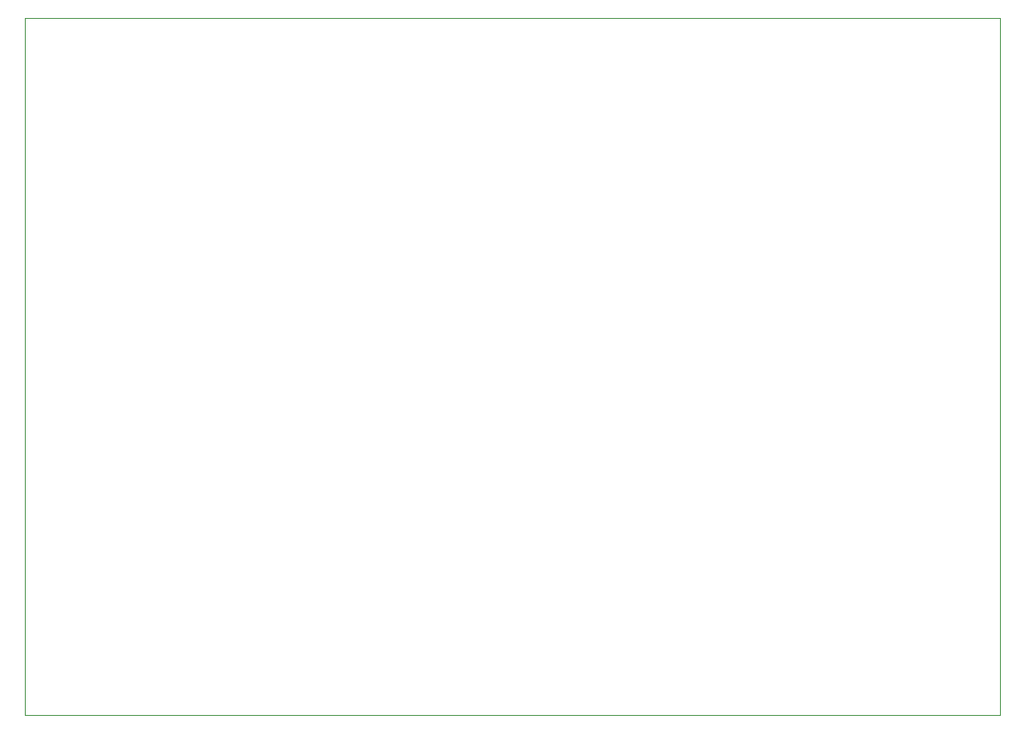
<source format=gbr>
G04 #@! TF.GenerationSoftware,KiCad,Pcbnew,5.1.5-52549c5~86~ubuntu16.04.1*
G04 #@! TF.CreationDate,2020-05-16T21:50:14+02:00*
G04 #@! TF.ProjectId,rc board,72632062-6f61-4726-942e-6b696361645f,rev?*
G04 #@! TF.SameCoordinates,Original*
G04 #@! TF.FileFunction,Profile,NP*
%FSLAX46Y46*%
G04 Gerber Fmt 4.6, Leading zero omitted, Abs format (unit mm)*
G04 Created by KiCad (PCBNEW 5.1.5-52549c5~86~ubuntu16.04.1) date 2020-05-16 21:50:14*
%MOMM*%
%LPD*%
G04 APERTURE LIST*
%ADD10C,0.050000*%
G04 APERTURE END LIST*
D10*
X14427200Y-15138400D02*
X110693200Y-15138400D01*
X110693200Y-84023200D02*
X14427200Y-84023200D01*
X110693200Y-84023200D02*
X110693200Y-15138400D01*
X14427200Y-15138400D02*
X14427200Y-84023200D01*
M02*

</source>
